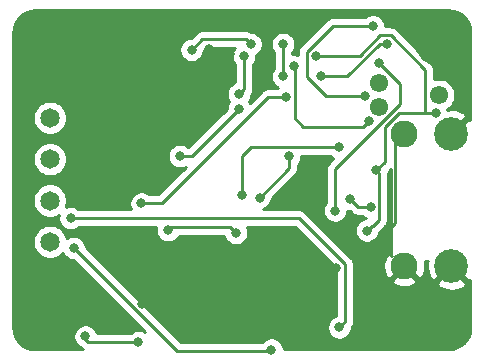
<source format=gbr>
%TF.GenerationSoftware,KiCad,Pcbnew,(5.1.12-1-g0a0a2da680)-1*%
%TF.CreationDate,2023-03-21T19:15:16+01:00*%
%TF.ProjectId,ThermoDeviceLogger,54686572-6d6f-4446-9576-6963654c6f67,rev?*%
%TF.SameCoordinates,Original*%
%TF.FileFunction,Copper,L2,Bot*%
%TF.FilePolarity,Positive*%
%FSLAX46Y46*%
G04 Gerber Fmt 4.6, Leading zero omitted, Abs format (unit mm)*
G04 Created by KiCad (PCBNEW (5.1.12-1-g0a0a2da680)-1) date 2023-03-21 19:15:16*
%MOMM*%
%LPD*%
G01*
G04 APERTURE LIST*
%TA.AperFunction,ComponentPad*%
%ADD10C,2.280000*%
%TD*%
%TA.AperFunction,ComponentPad*%
%ADD11C,2.850000*%
%TD*%
%TA.AperFunction,ComponentPad*%
%ADD12C,1.550000*%
%TD*%
%TA.AperFunction,ComponentPad*%
%ADD13C,1.650000*%
%TD*%
%TA.AperFunction,ViaPad*%
%ADD14C,5.000000*%
%TD*%
%TA.AperFunction,ViaPad*%
%ADD15C,0.800000*%
%TD*%
%TA.AperFunction,Conductor*%
%ADD16C,0.250000*%
%TD*%
%TA.AperFunction,Conductor*%
%ADD17C,0.254000*%
%TD*%
%TA.AperFunction,Conductor*%
%ADD18C,0.100000*%
%TD*%
G04 APERTURE END LIST*
D10*
%TO.P,USB-C,MH4*%
%TO.N,GND*%
X118750000Y-63580000D03*
D11*
%TO.P,USB-C,MH3*%
X122750000Y-63580000D03*
%TO.P,USB-C,MH2*%
X122750000Y-74820000D03*
D10*
%TO.P,USB-C,MH1*%
X118750000Y-74820000D03*
%TD*%
D12*
%TO.P,ICSP,9*%
%TO.N,N/C*%
X116590000Y-59319000D03*
%TO.P,ICSP,8*%
X116590000Y-61351000D03*
%TO.P,ICSP,7*%
X121670000Y-60335000D03*
%TD*%
D13*
%TO.P,J1,4*%
%TO.N,/ThermoCouple Modules/T-tcm2*%
X88750000Y-72750000D03*
%TO.P,J1,3*%
%TO.N,/ThermoCouple Modules/T+tcm2*%
X88750000Y-69250000D03*
%TO.P,J1,2*%
%TO.N,/ThermoCouple Modules/T-tcm1*%
X88750000Y-65750000D03*
%TO.P,J1,1*%
%TO.N,/ThermoCouple Modules/T+tcm1*%
X88750000Y-62250000D03*
%TD*%
D14*
%TO.N,GND*%
X122000000Y-79500000D03*
X88000000Y-79500000D03*
X88000000Y-55500000D03*
D15*
X96512653Y-77987347D03*
X101500000Y-76250000D03*
X105500000Y-76500000D03*
X113000000Y-75000000D03*
X94500000Y-79000000D03*
X103982499Y-56807805D03*
X102200000Y-56400000D03*
D14*
X122000000Y-55500000D03*
D15*
X116200000Y-72900000D03*
%TO.N,+5V*%
X111250000Y-57000000D03*
X105750000Y-56000000D03*
X100750000Y-56500000D03*
X121400000Y-61800000D03*
X116400000Y-66700000D03*
X115600000Y-71800000D03*
%TO.N,Net-(C4-Pad2)*%
X115451158Y-60392889D03*
X116100000Y-54500000D03*
%TO.N,/Cyrstal1*%
X104750000Y-60250000D03*
X105200000Y-57000000D03*
%TO.N,/CS_1*%
X108750000Y-60500000D03*
X96500000Y-69500000D03*
%TO.N,/CS_2*%
X109000000Y-65500000D03*
X106500000Y-69000000D03*
%TO.N,/SCK*%
X105000000Y-68750000D03*
X113250000Y-64750000D03*
%TO.N,/ThermoCouple Modules/T+tcm2*%
X90500000Y-70750000D03*
X113250000Y-80000000D03*
%TO.N,/ThermoCouple Modules/T-tcm2*%
X90750000Y-73250000D03*
X107500000Y-81875000D03*
%TO.N,/MISO*%
X104500000Y-72000000D03*
X98750000Y-71750000D03*
%TO.N,/PGC*%
X112900000Y-70100000D03*
X116600000Y-57600000D03*
%TO.N,/PGD*%
X115900000Y-69800000D03*
X114178317Y-69126990D03*
X109400000Y-57900000D03*
X115750010Y-62500000D03*
%TO.N,/MCLR*%
X117250000Y-56000000D03*
X108500000Y-56000000D03*
X111688769Y-58744401D03*
X108505599Y-58744401D03*
%TO.N,/ThermoCouple Modules/T-tcm1*%
X96250000Y-81250000D03*
X91750000Y-80750000D03*
%TO.N,Net-(R2-Pad1)*%
X104750000Y-61500000D03*
X99750000Y-65500000D03*
%TD*%
D16*
%TO.N,GND*%
X96512653Y-77987347D02*
X98250000Y-76250000D01*
X98250000Y-76250000D02*
X101500000Y-76250000D01*
X101500000Y-76250000D02*
X105250000Y-76250000D01*
X105250000Y-76250000D02*
X105500000Y-76500000D01*
X105500000Y-76500000D02*
X106500000Y-76500000D01*
X106500000Y-76500000D02*
X108000000Y-75000000D01*
X108000000Y-75000000D02*
X113000000Y-75000000D01*
X88000000Y-79500000D02*
X94000000Y-79500000D01*
X94000000Y-79500000D02*
X94500000Y-79000000D01*
X103982499Y-56807805D02*
X103874694Y-56700000D01*
X102607805Y-56807805D02*
X102200000Y-56400000D01*
X103982499Y-56807805D02*
X102607805Y-56807805D01*
X117949990Y-64380010D02*
X118750000Y-63580000D01*
X117949990Y-71150010D02*
X117949990Y-64380010D01*
X116200000Y-72900000D02*
X117949990Y-71150010D01*
%TO.N,+5V*%
X117598001Y-55274999D02*
X116725001Y-55274999D01*
X120520000Y-58196998D02*
X117598001Y-55274999D01*
X116725001Y-55274999D02*
X115000000Y-57000000D01*
X115000000Y-57000000D02*
X111250000Y-57000000D01*
X105350001Y-55600001D02*
X101649999Y-55600001D01*
X105750000Y-56000000D02*
X105350001Y-55600001D01*
X101649999Y-55600001D02*
X100750000Y-56500000D01*
X120520000Y-58196998D02*
X120520000Y-61820000D01*
X121380000Y-61820000D02*
X121400000Y-61800000D01*
X120520000Y-61820000D02*
X121380000Y-61820000D01*
X116625001Y-66925001D02*
X116625001Y-70874999D01*
X116400000Y-66700000D02*
X116625001Y-66925001D01*
X116625001Y-70874999D02*
X116100000Y-71400000D01*
X116000000Y-71400000D02*
X115600000Y-71800000D01*
X116100000Y-71400000D02*
X116000000Y-71400000D01*
X117100000Y-66000000D02*
X116400000Y-66700000D01*
X118341798Y-61820000D02*
X117100000Y-63061798D01*
X117100000Y-63061798D02*
X117100000Y-66000000D01*
X120520000Y-61820000D02*
X118341798Y-61820000D01*
%TO.N,Net-(C4-Pad2)*%
X115451158Y-60392889D02*
X112092889Y-60392889D01*
X112092889Y-60392889D02*
X110500000Y-58800000D01*
X110500000Y-56676998D02*
X112676998Y-54500000D01*
X110500000Y-58800000D02*
X110500000Y-56676998D01*
X112676998Y-54500000D02*
X116100000Y-54500000D01*
%TO.N,/Cyrstal1*%
X105200000Y-59800000D02*
X105200000Y-57000000D01*
X104750000Y-60250000D02*
X105200000Y-59800000D01*
%TO.N,/CS_1*%
X108750000Y-60500000D02*
X107250000Y-60500000D01*
X107250000Y-60500000D02*
X98250000Y-69500000D01*
X98250000Y-69500000D02*
X96500000Y-69500000D01*
%TO.N,/CS_2*%
X109000000Y-65500000D02*
X109000000Y-66500000D01*
X109000000Y-66500000D02*
X106500000Y-69000000D01*
%TO.N,/SCK*%
X105000000Y-68750000D02*
X105000000Y-65500000D01*
X105000000Y-65500000D02*
X105750000Y-64750000D01*
X105750000Y-64750000D02*
X113250000Y-64750000D01*
%TO.N,/ThermoCouple Modules/T+tcm2*%
X113725001Y-79524999D02*
X113250000Y-80000000D01*
X113725001Y-74651999D02*
X113725001Y-79524999D01*
X109823002Y-70750000D02*
X113725001Y-74651999D01*
X90500000Y-70750000D02*
X109823002Y-70750000D01*
%TO.N,/ThermoCouple Modules/T-tcm2*%
X90750000Y-73250000D02*
X99500000Y-82000000D01*
X107375000Y-82000000D02*
X107500000Y-81875000D01*
X99500000Y-82000000D02*
X107375000Y-82000000D01*
%TO.N,/MISO*%
X104500000Y-72000000D02*
X104000000Y-71500000D01*
X99000000Y-71500000D02*
X98750000Y-71750000D01*
X104000000Y-71500000D02*
X99000000Y-71500000D01*
%TO.N,/PGC*%
X112900000Y-70100000D02*
X112900000Y-66600000D01*
X112900000Y-66600000D02*
X118400000Y-61100000D01*
X118400000Y-59400000D02*
X116600000Y-57600000D01*
X118400000Y-61100000D02*
X118400000Y-59400000D01*
%TO.N,/PGD*%
X114851327Y-69800000D02*
X114178317Y-69126990D01*
X115900000Y-69800000D02*
X114851327Y-69800000D01*
X109475001Y-57975001D02*
X109475001Y-62275001D01*
X109400000Y-57900000D02*
X109475001Y-57975001D01*
X109475001Y-62275001D02*
X110200000Y-63000000D01*
X110200000Y-63000000D02*
X115250010Y-63000000D01*
X115250010Y-63000000D02*
X115750010Y-62500000D01*
%TO.N,/MCLR*%
X116684315Y-56000000D02*
X113934315Y-58750000D01*
X117250000Y-56000000D02*
X116684315Y-56000000D01*
X111694368Y-58750000D02*
X111688769Y-58744401D01*
X113934315Y-58750000D02*
X111694368Y-58750000D01*
X108500000Y-58738802D02*
X108505599Y-58744401D01*
X108500000Y-56000000D02*
X108500000Y-58738802D01*
%TO.N,/ThermoCouple Modules/T-tcm1*%
X96250000Y-81250000D02*
X92000000Y-81250000D01*
X92000000Y-81250000D02*
X91750000Y-81000000D01*
X91750000Y-81000000D02*
X91750000Y-80750000D01*
%TO.N,Net-(R2-Pad1)*%
X104750000Y-61500000D02*
X100750000Y-65500000D01*
X100750000Y-65500000D02*
X99750000Y-65500000D01*
%TD*%
D17*
%TO.N,GND*%
X122856775Y-53198147D02*
X123199967Y-53301763D01*
X123516489Y-53470062D01*
X123794299Y-53696637D01*
X124022806Y-53972856D01*
X124193310Y-54288197D01*
X124299319Y-54630656D01*
X124340001Y-55017722D01*
X124340000Y-62393803D01*
X124188250Y-62321355D01*
X122929605Y-63580000D01*
X122943748Y-63594143D01*
X122764143Y-63773748D01*
X122750000Y-63759605D01*
X122735858Y-63773748D01*
X122556253Y-63594143D01*
X122570395Y-63580000D01*
X122556253Y-63565858D01*
X122735858Y-63386253D01*
X122750000Y-63400395D01*
X124008645Y-62141750D01*
X123861658Y-61833868D01*
X123499644Y-61650545D01*
X123108822Y-61541371D01*
X122704211Y-61510540D01*
X122404897Y-61546721D01*
X122403673Y-61540567D01*
X122568822Y-61430218D01*
X122765218Y-61233822D01*
X122919525Y-61002885D01*
X123025814Y-60746282D01*
X123080000Y-60473873D01*
X123080000Y-60196127D01*
X123025814Y-59923718D01*
X122919525Y-59667115D01*
X122765218Y-59436178D01*
X122568822Y-59239782D01*
X122337885Y-59085475D01*
X122081282Y-58979186D01*
X121808873Y-58925000D01*
X121531127Y-58925000D01*
X121280000Y-58974953D01*
X121280000Y-58234331D01*
X121283677Y-58196998D01*
X121269003Y-58048012D01*
X121225546Y-57904751D01*
X121154974Y-57772722D01*
X121083799Y-57685995D01*
X121060001Y-57656997D01*
X121031004Y-57633200D01*
X118161805Y-54764002D01*
X118138002Y-54734998D01*
X118022277Y-54640025D01*
X117890248Y-54569453D01*
X117746987Y-54525996D01*
X117635334Y-54514999D01*
X117635323Y-54514999D01*
X117598001Y-54511323D01*
X117560679Y-54514999D01*
X117135000Y-54514999D01*
X117135000Y-54398061D01*
X117095226Y-54198102D01*
X117017205Y-54009744D01*
X116903937Y-53840226D01*
X116759774Y-53696063D01*
X116590256Y-53582795D01*
X116401898Y-53504774D01*
X116201939Y-53465000D01*
X115998061Y-53465000D01*
X115798102Y-53504774D01*
X115609744Y-53582795D01*
X115440226Y-53696063D01*
X115396289Y-53740000D01*
X112714320Y-53740000D01*
X112676997Y-53736324D01*
X112639674Y-53740000D01*
X112639665Y-53740000D01*
X112528012Y-53750997D01*
X112404831Y-53788363D01*
X112384751Y-53794454D01*
X112252721Y-53865026D01*
X112190695Y-53915930D01*
X112136997Y-53959999D01*
X112113199Y-53988997D01*
X109988998Y-56113199D01*
X109960000Y-56136997D01*
X109936202Y-56165995D01*
X109936201Y-56165996D01*
X109865026Y-56252722D01*
X109794454Y-56384752D01*
X109782465Y-56424276D01*
X109756540Y-56509744D01*
X109750998Y-56528013D01*
X109736324Y-56676998D01*
X109740001Y-56714330D01*
X109740001Y-56920557D01*
X109701898Y-56904774D01*
X109501939Y-56865000D01*
X109298061Y-56865000D01*
X109260000Y-56872571D01*
X109260000Y-56703711D01*
X109303937Y-56659774D01*
X109417205Y-56490256D01*
X109495226Y-56301898D01*
X109535000Y-56101939D01*
X109535000Y-55898061D01*
X109495226Y-55698102D01*
X109417205Y-55509744D01*
X109303937Y-55340226D01*
X109159774Y-55196063D01*
X108990256Y-55082795D01*
X108801898Y-55004774D01*
X108601939Y-54965000D01*
X108398061Y-54965000D01*
X108198102Y-55004774D01*
X108009744Y-55082795D01*
X107840226Y-55196063D01*
X107696063Y-55340226D01*
X107582795Y-55509744D01*
X107504774Y-55698102D01*
X107465000Y-55898061D01*
X107465000Y-56101939D01*
X107504774Y-56301898D01*
X107582795Y-56490256D01*
X107696063Y-56659774D01*
X107740000Y-56703711D01*
X107740001Y-58046288D01*
X107701662Y-58084627D01*
X107588394Y-58254145D01*
X107510373Y-58442503D01*
X107470599Y-58642462D01*
X107470599Y-58846340D01*
X107510373Y-59046299D01*
X107588394Y-59234657D01*
X107701662Y-59404175D01*
X107845825Y-59548338D01*
X108015343Y-59661606D01*
X108093403Y-59693940D01*
X108090226Y-59696063D01*
X108046289Y-59740000D01*
X107287322Y-59740000D01*
X107249999Y-59736324D01*
X107212676Y-59740000D01*
X107212667Y-59740000D01*
X107101014Y-59750997D01*
X106957753Y-59794454D01*
X106825723Y-59865026D01*
X106742083Y-59933668D01*
X106709999Y-59959999D01*
X106686201Y-59988997D01*
X105666504Y-61008694D01*
X105577172Y-60875000D01*
X105667205Y-60740256D01*
X105745226Y-60551898D01*
X105785000Y-60351939D01*
X105785000Y-60285170D01*
X105818867Y-60243903D01*
X105834974Y-60224277D01*
X105905546Y-60092247D01*
X105910558Y-60075724D01*
X105949003Y-59948986D01*
X105960000Y-59837333D01*
X105960000Y-59837324D01*
X105963676Y-59800001D01*
X105960000Y-59762678D01*
X105960000Y-57703711D01*
X106003937Y-57659774D01*
X106117205Y-57490256D01*
X106195226Y-57301898D01*
X106235000Y-57101939D01*
X106235000Y-56919382D01*
X106240256Y-56917205D01*
X106409774Y-56803937D01*
X106553937Y-56659774D01*
X106667205Y-56490256D01*
X106745226Y-56301898D01*
X106785000Y-56101939D01*
X106785000Y-55898061D01*
X106745226Y-55698102D01*
X106667205Y-55509744D01*
X106553937Y-55340226D01*
X106409774Y-55196063D01*
X106240256Y-55082795D01*
X106051898Y-55004774D01*
X105851939Y-54965000D01*
X105774226Y-54965000D01*
X105642248Y-54894455D01*
X105498987Y-54850998D01*
X105387334Y-54840001D01*
X105387323Y-54840001D01*
X105350001Y-54836325D01*
X105312679Y-54840001D01*
X101687324Y-54840001D01*
X101649999Y-54836325D01*
X101612674Y-54840001D01*
X101612666Y-54840001D01*
X101501013Y-54850998D01*
X101357752Y-54894455D01*
X101225723Y-54965027D01*
X101109998Y-55060000D01*
X101086200Y-55088998D01*
X100710198Y-55465000D01*
X100648061Y-55465000D01*
X100448102Y-55504774D01*
X100259744Y-55582795D01*
X100090226Y-55696063D01*
X99946063Y-55840226D01*
X99832795Y-56009744D01*
X99754774Y-56198102D01*
X99715000Y-56398061D01*
X99715000Y-56601939D01*
X99754774Y-56801898D01*
X99832795Y-56990256D01*
X99946063Y-57159774D01*
X100090226Y-57303937D01*
X100259744Y-57417205D01*
X100448102Y-57495226D01*
X100648061Y-57535000D01*
X100851939Y-57535000D01*
X101051898Y-57495226D01*
X101240256Y-57417205D01*
X101409774Y-57303937D01*
X101553937Y-57159774D01*
X101667205Y-56990256D01*
X101745226Y-56801898D01*
X101785000Y-56601939D01*
X101785000Y-56539802D01*
X101964801Y-56360001D01*
X104382850Y-56360001D01*
X104282795Y-56509744D01*
X104204774Y-56698102D01*
X104165000Y-56898061D01*
X104165000Y-57101939D01*
X104204774Y-57301898D01*
X104282795Y-57490256D01*
X104396063Y-57659774D01*
X104440001Y-57703712D01*
X104440000Y-59258130D01*
X104259744Y-59332795D01*
X104090226Y-59446063D01*
X103946063Y-59590226D01*
X103832795Y-59759744D01*
X103754774Y-59948102D01*
X103715000Y-60148061D01*
X103715000Y-60351939D01*
X103754774Y-60551898D01*
X103832795Y-60740256D01*
X103922828Y-60875000D01*
X103832795Y-61009744D01*
X103754774Y-61198102D01*
X103715000Y-61398061D01*
X103715000Y-61460198D01*
X100444455Y-64730744D01*
X100409774Y-64696063D01*
X100240256Y-64582795D01*
X100051898Y-64504774D01*
X99851939Y-64465000D01*
X99648061Y-64465000D01*
X99448102Y-64504774D01*
X99259744Y-64582795D01*
X99090226Y-64696063D01*
X98946063Y-64840226D01*
X98832795Y-65009744D01*
X98754774Y-65198102D01*
X98715000Y-65398061D01*
X98715000Y-65601939D01*
X98754774Y-65801898D01*
X98832795Y-65990256D01*
X98946063Y-66159774D01*
X99090226Y-66303937D01*
X99259744Y-66417205D01*
X99448102Y-66495226D01*
X99648061Y-66535000D01*
X99851939Y-66535000D01*
X100051898Y-66495226D01*
X100240256Y-66417205D01*
X100293711Y-66381487D01*
X97935199Y-68740000D01*
X97203711Y-68740000D01*
X97159774Y-68696063D01*
X96990256Y-68582795D01*
X96801898Y-68504774D01*
X96601939Y-68465000D01*
X96398061Y-68465000D01*
X96198102Y-68504774D01*
X96009744Y-68582795D01*
X95840226Y-68696063D01*
X95696063Y-68840226D01*
X95582795Y-69009744D01*
X95504774Y-69198102D01*
X95465000Y-69398061D01*
X95465000Y-69601939D01*
X95504774Y-69801898D01*
X95582689Y-69990000D01*
X91203711Y-69990000D01*
X91159774Y-69946063D01*
X90990256Y-69832795D01*
X90801898Y-69754774D01*
X90601939Y-69715000D01*
X90398061Y-69715000D01*
X90198102Y-69754774D01*
X90105283Y-69793221D01*
X90153893Y-69675866D01*
X90210000Y-69393797D01*
X90210000Y-69106203D01*
X90153893Y-68824134D01*
X90043835Y-68558431D01*
X89884056Y-68319304D01*
X89680696Y-68115944D01*
X89441569Y-67956165D01*
X89175866Y-67846107D01*
X88893797Y-67790000D01*
X88606203Y-67790000D01*
X88324134Y-67846107D01*
X88058431Y-67956165D01*
X87819304Y-68115944D01*
X87615944Y-68319304D01*
X87456165Y-68558431D01*
X87346107Y-68824134D01*
X87290000Y-69106203D01*
X87290000Y-69393797D01*
X87346107Y-69675866D01*
X87456165Y-69941569D01*
X87615944Y-70180696D01*
X87819304Y-70384056D01*
X88058431Y-70543835D01*
X88324134Y-70653893D01*
X88606203Y-70710000D01*
X88893797Y-70710000D01*
X89175866Y-70653893D01*
X89441569Y-70543835D01*
X89492501Y-70509804D01*
X89465000Y-70648061D01*
X89465000Y-70851939D01*
X89504774Y-71051898D01*
X89582795Y-71240256D01*
X89696063Y-71409774D01*
X89840226Y-71553937D01*
X90009744Y-71667205D01*
X90198102Y-71745226D01*
X90398061Y-71785000D01*
X90601939Y-71785000D01*
X90801898Y-71745226D01*
X90990256Y-71667205D01*
X91159774Y-71553937D01*
X91203711Y-71510000D01*
X97742462Y-71510000D01*
X97715000Y-71648061D01*
X97715000Y-71851939D01*
X97754774Y-72051898D01*
X97832795Y-72240256D01*
X97946063Y-72409774D01*
X98090226Y-72553937D01*
X98259744Y-72667205D01*
X98448102Y-72745226D01*
X98648061Y-72785000D01*
X98851939Y-72785000D01*
X99051898Y-72745226D01*
X99240256Y-72667205D01*
X99409774Y-72553937D01*
X99553937Y-72409774D01*
X99654013Y-72260000D01*
X103496440Y-72260000D01*
X103504774Y-72301898D01*
X103582795Y-72490256D01*
X103696063Y-72659774D01*
X103840226Y-72803937D01*
X104009744Y-72917205D01*
X104198102Y-72995226D01*
X104398061Y-73035000D01*
X104601939Y-73035000D01*
X104801898Y-72995226D01*
X104990256Y-72917205D01*
X105159774Y-72803937D01*
X105303937Y-72659774D01*
X105417205Y-72490256D01*
X105495226Y-72301898D01*
X105535000Y-72101939D01*
X105535000Y-71898061D01*
X105495226Y-71698102D01*
X105417311Y-71510000D01*
X109508201Y-71510000D01*
X112965001Y-74966801D01*
X112965002Y-79001412D01*
X112948102Y-79004774D01*
X112759744Y-79082795D01*
X112590226Y-79196063D01*
X112446063Y-79340226D01*
X112332795Y-79509744D01*
X112254774Y-79698102D01*
X112215000Y-79898061D01*
X112215000Y-80101939D01*
X112254774Y-80301898D01*
X112332795Y-80490256D01*
X112446063Y-80659774D01*
X112590226Y-80803937D01*
X112759744Y-80917205D01*
X112948102Y-80995226D01*
X113148061Y-81035000D01*
X113351939Y-81035000D01*
X113551898Y-80995226D01*
X113740256Y-80917205D01*
X113909774Y-80803937D01*
X114053937Y-80659774D01*
X114167205Y-80490256D01*
X114245226Y-80301898D01*
X114285000Y-80101939D01*
X114285000Y-80040632D01*
X114359975Y-79949275D01*
X114430547Y-79817246D01*
X114474004Y-79673985D01*
X114485001Y-79562332D01*
X114485001Y-79562322D01*
X114488677Y-79524999D01*
X114485001Y-79487676D01*
X114485001Y-76055222D01*
X117694384Y-76055222D01*
X117807039Y-76333940D01*
X118120513Y-76488812D01*
X118458178Y-76579554D01*
X118807057Y-76602676D01*
X119153743Y-76557291D01*
X119484914Y-76445144D01*
X119692961Y-76333940D01*
X119723554Y-76258250D01*
X121491355Y-76258250D01*
X121638342Y-76566132D01*
X122000356Y-76749455D01*
X122391178Y-76858629D01*
X122795789Y-76889460D01*
X123198641Y-76840763D01*
X123584252Y-76714408D01*
X123861658Y-76566132D01*
X124008645Y-76258250D01*
X122750000Y-74999605D01*
X121491355Y-76258250D01*
X119723554Y-76258250D01*
X119805616Y-76055222D01*
X118750000Y-74999605D01*
X117694384Y-76055222D01*
X114485001Y-76055222D01*
X114485001Y-74689322D01*
X114488677Y-74651999D01*
X114485001Y-74614676D01*
X114485001Y-74614666D01*
X114474004Y-74503013D01*
X114430547Y-74359752D01*
X114390591Y-74285000D01*
X114359975Y-74227722D01*
X114288800Y-74140996D01*
X114265002Y-74111998D01*
X114236005Y-74088201D01*
X110386806Y-70239003D01*
X110363003Y-70209999D01*
X110247278Y-70115026D01*
X110115249Y-70044454D01*
X109971988Y-70000997D01*
X109860335Y-69990000D01*
X109860324Y-69990000D01*
X109823002Y-69986324D01*
X109785680Y-69990000D01*
X106814515Y-69990000D01*
X106990256Y-69917205D01*
X107159774Y-69803937D01*
X107303937Y-69659774D01*
X107417205Y-69490256D01*
X107495226Y-69301898D01*
X107535000Y-69101939D01*
X107535000Y-69039801D01*
X109511003Y-67063799D01*
X109540001Y-67040001D01*
X109571271Y-67001898D01*
X109634974Y-66924277D01*
X109705546Y-66792247D01*
X109749003Y-66648986D01*
X109760000Y-66537333D01*
X109760000Y-66537323D01*
X109763676Y-66500000D01*
X109760000Y-66462677D01*
X109760000Y-66203711D01*
X109803937Y-66159774D01*
X109917205Y-65990256D01*
X109995226Y-65801898D01*
X110035000Y-65601939D01*
X110035000Y-65510000D01*
X112546289Y-65510000D01*
X112590226Y-65553937D01*
X112758695Y-65666504D01*
X112388998Y-66036201D01*
X112360000Y-66059999D01*
X112336202Y-66088997D01*
X112336201Y-66088998D01*
X112265026Y-66175724D01*
X112194454Y-66307754D01*
X112181332Y-66351014D01*
X112150998Y-66451014D01*
X112146173Y-66500000D01*
X112136324Y-66600000D01*
X112140001Y-66637332D01*
X112140000Y-69396289D01*
X112096063Y-69440226D01*
X111982795Y-69609744D01*
X111904774Y-69798102D01*
X111865000Y-69998061D01*
X111865000Y-70201939D01*
X111904774Y-70401898D01*
X111982795Y-70590256D01*
X112096063Y-70759774D01*
X112240226Y-70903937D01*
X112409744Y-71017205D01*
X112598102Y-71095226D01*
X112798061Y-71135000D01*
X113001939Y-71135000D01*
X113201898Y-71095226D01*
X113390256Y-71017205D01*
X113559774Y-70903937D01*
X113703937Y-70759774D01*
X113817205Y-70590256D01*
X113895226Y-70401898D01*
X113935000Y-70201939D01*
X113935000Y-70133868D01*
X114076378Y-70161990D01*
X114138515Y-70161990D01*
X114287527Y-70311002D01*
X114311326Y-70340001D01*
X114427051Y-70434974D01*
X114559080Y-70505546D01*
X114702341Y-70549003D01*
X114813994Y-70560000D01*
X114814004Y-70560000D01*
X114851327Y-70563676D01*
X114888650Y-70560000D01*
X115196289Y-70560000D01*
X115240226Y-70603937D01*
X115409744Y-70717205D01*
X115525131Y-70765000D01*
X115498061Y-70765000D01*
X115298102Y-70804774D01*
X115109744Y-70882795D01*
X114940226Y-70996063D01*
X114796063Y-71140226D01*
X114682795Y-71309744D01*
X114604774Y-71498102D01*
X114565000Y-71698061D01*
X114565000Y-71901939D01*
X114604774Y-72101898D01*
X114682795Y-72290256D01*
X114796063Y-72459774D01*
X114940226Y-72603937D01*
X115109744Y-72717205D01*
X115298102Y-72795226D01*
X115498061Y-72835000D01*
X115701939Y-72835000D01*
X115901898Y-72795226D01*
X116090256Y-72717205D01*
X116259774Y-72603937D01*
X116403937Y-72459774D01*
X116517205Y-72290256D01*
X116595226Y-72101898D01*
X116624976Y-71952331D01*
X116640001Y-71940001D01*
X116663803Y-71910998D01*
X117136003Y-71438799D01*
X117165002Y-71415000D01*
X117259975Y-71299275D01*
X117330547Y-71167246D01*
X117374004Y-71023985D01*
X117385001Y-70912332D01*
X117388678Y-70874999D01*
X117385001Y-70837666D01*
X117385001Y-67026583D01*
X117395226Y-67001898D01*
X117435000Y-66801939D01*
X117435000Y-66739802D01*
X117611008Y-66563795D01*
X117640001Y-66540001D01*
X117640000Y-73667581D01*
X117636807Y-73700000D01*
X117649550Y-73829383D01*
X117679932Y-73929538D01*
X117514778Y-73764384D01*
X117236060Y-73877039D01*
X117081188Y-74190513D01*
X116990446Y-74528178D01*
X116967324Y-74877057D01*
X117012709Y-75223743D01*
X117124856Y-75554914D01*
X117236060Y-75762961D01*
X117514778Y-75875616D01*
X118570395Y-74820000D01*
X118070462Y-74320068D01*
X118170617Y-74350450D01*
X118300000Y-74363193D01*
X118332419Y-74360000D01*
X118469605Y-74360000D01*
X118750000Y-74640395D01*
X118764143Y-74626253D01*
X118943748Y-74805858D01*
X118929605Y-74820000D01*
X119985222Y-75875616D01*
X120263940Y-75762961D01*
X120418812Y-75449487D01*
X120509554Y-75111822D01*
X120532676Y-74762943D01*
X120487291Y-74416257D01*
X120468240Y-74360000D01*
X120739635Y-74360000D01*
X120711371Y-74461178D01*
X120680540Y-74865789D01*
X120729237Y-75268641D01*
X120855592Y-75654252D01*
X121003868Y-75931658D01*
X121311750Y-76078645D01*
X122570395Y-74820000D01*
X122556253Y-74805858D01*
X122735858Y-74626253D01*
X122750000Y-74640395D01*
X122764143Y-74626253D01*
X122943748Y-74805858D01*
X122929605Y-74820000D01*
X124188250Y-76078645D01*
X124340000Y-76006197D01*
X124340001Y-79967711D01*
X124301853Y-80356776D01*
X124198238Y-80699964D01*
X124029939Y-81016489D01*
X123803365Y-81294296D01*
X123527146Y-81522805D01*
X123211803Y-81693310D01*
X122869344Y-81799319D01*
X122482288Y-81840000D01*
X108535000Y-81840000D01*
X108535000Y-81773061D01*
X108495226Y-81573102D01*
X108417205Y-81384744D01*
X108303937Y-81215226D01*
X108159774Y-81071063D01*
X107990256Y-80957795D01*
X107801898Y-80879774D01*
X107601939Y-80840000D01*
X107398061Y-80840000D01*
X107198102Y-80879774D01*
X107009744Y-80957795D01*
X106840226Y-81071063D01*
X106696063Y-81215226D01*
X106679510Y-81240000D01*
X99814802Y-81240000D01*
X91785000Y-73210199D01*
X91785000Y-73148061D01*
X91745226Y-72948102D01*
X91667205Y-72759744D01*
X91553937Y-72590226D01*
X91409774Y-72446063D01*
X91240256Y-72332795D01*
X91051898Y-72254774D01*
X90851939Y-72215000D01*
X90648061Y-72215000D01*
X90448102Y-72254774D01*
X90259744Y-72332795D01*
X90167832Y-72394209D01*
X90153893Y-72324134D01*
X90043835Y-72058431D01*
X89884056Y-71819304D01*
X89680696Y-71615944D01*
X89441569Y-71456165D01*
X89175866Y-71346107D01*
X88893797Y-71290000D01*
X88606203Y-71290000D01*
X88324134Y-71346107D01*
X88058431Y-71456165D01*
X87819304Y-71615944D01*
X87615944Y-71819304D01*
X87456165Y-72058431D01*
X87346107Y-72324134D01*
X87290000Y-72606203D01*
X87290000Y-72893797D01*
X87346107Y-73175866D01*
X87456165Y-73441569D01*
X87615944Y-73680696D01*
X87819304Y-73884056D01*
X88058431Y-74043835D01*
X88324134Y-74153893D01*
X88606203Y-74210000D01*
X88893797Y-74210000D01*
X89175866Y-74153893D01*
X89441569Y-74043835D01*
X89680696Y-73884056D01*
X89830364Y-73734388D01*
X89832795Y-73740256D01*
X89946063Y-73909774D01*
X90090226Y-74053937D01*
X90259744Y-74167205D01*
X90448102Y-74245226D01*
X90648061Y-74285000D01*
X90710199Y-74285000D01*
X96793710Y-80368512D01*
X96740256Y-80332795D01*
X96551898Y-80254774D01*
X96351939Y-80215000D01*
X96148061Y-80215000D01*
X95948102Y-80254774D01*
X95759744Y-80332795D01*
X95590226Y-80446063D01*
X95546289Y-80490000D01*
X92753560Y-80490000D01*
X92745226Y-80448102D01*
X92667205Y-80259744D01*
X92553937Y-80090226D01*
X92409774Y-79946063D01*
X92240256Y-79832795D01*
X92051898Y-79754774D01*
X91851939Y-79715000D01*
X91648061Y-79715000D01*
X91448102Y-79754774D01*
X91259744Y-79832795D01*
X91090226Y-79946063D01*
X90946063Y-80090226D01*
X90832795Y-80259744D01*
X90754774Y-80448102D01*
X90715000Y-80648061D01*
X90715000Y-80851939D01*
X90754774Y-81051898D01*
X90832795Y-81240256D01*
X90946063Y-81409774D01*
X91090226Y-81553937D01*
X91259744Y-81667205D01*
X91400853Y-81725655D01*
X91436200Y-81761002D01*
X91459999Y-81790001D01*
X91520923Y-81840000D01*
X87532279Y-81840000D01*
X87143224Y-81801853D01*
X86800036Y-81698238D01*
X86483511Y-81529939D01*
X86205704Y-81303365D01*
X85977195Y-81027146D01*
X85806690Y-80711803D01*
X85700681Y-80369344D01*
X85660000Y-79982288D01*
X85660000Y-65606203D01*
X87290000Y-65606203D01*
X87290000Y-65893797D01*
X87346107Y-66175866D01*
X87456165Y-66441569D01*
X87615944Y-66680696D01*
X87819304Y-66884056D01*
X88058431Y-67043835D01*
X88324134Y-67153893D01*
X88606203Y-67210000D01*
X88893797Y-67210000D01*
X89175866Y-67153893D01*
X89441569Y-67043835D01*
X89680696Y-66884056D01*
X89884056Y-66680696D01*
X90043835Y-66441569D01*
X90153893Y-66175866D01*
X90210000Y-65893797D01*
X90210000Y-65606203D01*
X90153893Y-65324134D01*
X90043835Y-65058431D01*
X89884056Y-64819304D01*
X89680696Y-64615944D01*
X89441569Y-64456165D01*
X89175866Y-64346107D01*
X88893797Y-64290000D01*
X88606203Y-64290000D01*
X88324134Y-64346107D01*
X88058431Y-64456165D01*
X87819304Y-64615944D01*
X87615944Y-64819304D01*
X87456165Y-65058431D01*
X87346107Y-65324134D01*
X87290000Y-65606203D01*
X85660000Y-65606203D01*
X85660000Y-62106203D01*
X87290000Y-62106203D01*
X87290000Y-62393797D01*
X87346107Y-62675866D01*
X87456165Y-62941569D01*
X87615944Y-63180696D01*
X87819304Y-63384056D01*
X88058431Y-63543835D01*
X88324134Y-63653893D01*
X88606203Y-63710000D01*
X88893797Y-63710000D01*
X89175866Y-63653893D01*
X89441569Y-63543835D01*
X89680696Y-63384056D01*
X89884056Y-63180696D01*
X90043835Y-62941569D01*
X90153893Y-62675866D01*
X90210000Y-62393797D01*
X90210000Y-62106203D01*
X90153893Y-61824134D01*
X90043835Y-61558431D01*
X89884056Y-61319304D01*
X89680696Y-61115944D01*
X89441569Y-60956165D01*
X89175866Y-60846107D01*
X88893797Y-60790000D01*
X88606203Y-60790000D01*
X88324134Y-60846107D01*
X88058431Y-60956165D01*
X87819304Y-61115944D01*
X87615944Y-61319304D01*
X87456165Y-61558431D01*
X87346107Y-61824134D01*
X87290000Y-62106203D01*
X85660000Y-62106203D01*
X85660000Y-55032279D01*
X85698147Y-54643225D01*
X85801763Y-54300033D01*
X85970062Y-53983511D01*
X86196637Y-53705701D01*
X86472856Y-53477194D01*
X86788197Y-53306690D01*
X87130656Y-53200681D01*
X87517712Y-53160000D01*
X122467721Y-53160000D01*
X122856775Y-53198147D01*
%TA.AperFunction,Conductor*%
D18*
G36*
X122856775Y-53198147D02*
G01*
X123199967Y-53301763D01*
X123516489Y-53470062D01*
X123794299Y-53696637D01*
X124022806Y-53972856D01*
X124193310Y-54288197D01*
X124299319Y-54630656D01*
X124340001Y-55017722D01*
X124340000Y-62393803D01*
X124188250Y-62321355D01*
X122929605Y-63580000D01*
X122943748Y-63594143D01*
X122764143Y-63773748D01*
X122750000Y-63759605D01*
X122735858Y-63773748D01*
X122556253Y-63594143D01*
X122570395Y-63580000D01*
X122556253Y-63565858D01*
X122735858Y-63386253D01*
X122750000Y-63400395D01*
X124008645Y-62141750D01*
X123861658Y-61833868D01*
X123499644Y-61650545D01*
X123108822Y-61541371D01*
X122704211Y-61510540D01*
X122404897Y-61546721D01*
X122403673Y-61540567D01*
X122568822Y-61430218D01*
X122765218Y-61233822D01*
X122919525Y-61002885D01*
X123025814Y-60746282D01*
X123080000Y-60473873D01*
X123080000Y-60196127D01*
X123025814Y-59923718D01*
X122919525Y-59667115D01*
X122765218Y-59436178D01*
X122568822Y-59239782D01*
X122337885Y-59085475D01*
X122081282Y-58979186D01*
X121808873Y-58925000D01*
X121531127Y-58925000D01*
X121280000Y-58974953D01*
X121280000Y-58234331D01*
X121283677Y-58196998D01*
X121269003Y-58048012D01*
X121225546Y-57904751D01*
X121154974Y-57772722D01*
X121083799Y-57685995D01*
X121060001Y-57656997D01*
X121031004Y-57633200D01*
X118161805Y-54764002D01*
X118138002Y-54734998D01*
X118022277Y-54640025D01*
X117890248Y-54569453D01*
X117746987Y-54525996D01*
X117635334Y-54514999D01*
X117635323Y-54514999D01*
X117598001Y-54511323D01*
X117560679Y-54514999D01*
X117135000Y-54514999D01*
X117135000Y-54398061D01*
X117095226Y-54198102D01*
X117017205Y-54009744D01*
X116903937Y-53840226D01*
X116759774Y-53696063D01*
X116590256Y-53582795D01*
X116401898Y-53504774D01*
X116201939Y-53465000D01*
X115998061Y-53465000D01*
X115798102Y-53504774D01*
X115609744Y-53582795D01*
X115440226Y-53696063D01*
X115396289Y-53740000D01*
X112714320Y-53740000D01*
X112676997Y-53736324D01*
X112639674Y-53740000D01*
X112639665Y-53740000D01*
X112528012Y-53750997D01*
X112404831Y-53788363D01*
X112384751Y-53794454D01*
X112252721Y-53865026D01*
X112190695Y-53915930D01*
X112136997Y-53959999D01*
X112113199Y-53988997D01*
X109988998Y-56113199D01*
X109960000Y-56136997D01*
X109936202Y-56165995D01*
X109936201Y-56165996D01*
X109865026Y-56252722D01*
X109794454Y-56384752D01*
X109782465Y-56424276D01*
X109756540Y-56509744D01*
X109750998Y-56528013D01*
X109736324Y-56676998D01*
X109740001Y-56714330D01*
X109740001Y-56920557D01*
X109701898Y-56904774D01*
X109501939Y-56865000D01*
X109298061Y-56865000D01*
X109260000Y-56872571D01*
X109260000Y-56703711D01*
X109303937Y-56659774D01*
X109417205Y-56490256D01*
X109495226Y-56301898D01*
X109535000Y-56101939D01*
X109535000Y-55898061D01*
X109495226Y-55698102D01*
X109417205Y-55509744D01*
X109303937Y-55340226D01*
X109159774Y-55196063D01*
X108990256Y-55082795D01*
X108801898Y-55004774D01*
X108601939Y-54965000D01*
X108398061Y-54965000D01*
X108198102Y-55004774D01*
X108009744Y-55082795D01*
X107840226Y-55196063D01*
X107696063Y-55340226D01*
X107582795Y-55509744D01*
X107504774Y-55698102D01*
X107465000Y-55898061D01*
X107465000Y-56101939D01*
X107504774Y-56301898D01*
X107582795Y-56490256D01*
X107696063Y-56659774D01*
X107740000Y-56703711D01*
X107740001Y-58046288D01*
X107701662Y-58084627D01*
X107588394Y-58254145D01*
X107510373Y-58442503D01*
X107470599Y-58642462D01*
X107470599Y-58846340D01*
X107510373Y-59046299D01*
X107588394Y-59234657D01*
X107701662Y-59404175D01*
X107845825Y-59548338D01*
X108015343Y-59661606D01*
X108093403Y-59693940D01*
X108090226Y-59696063D01*
X108046289Y-59740000D01*
X107287322Y-59740000D01*
X107249999Y-59736324D01*
X107212676Y-59740000D01*
X107212667Y-59740000D01*
X107101014Y-59750997D01*
X106957753Y-59794454D01*
X106825723Y-59865026D01*
X106742083Y-59933668D01*
X106709999Y-59959999D01*
X106686201Y-59988997D01*
X105666504Y-61008694D01*
X105577172Y-60875000D01*
X105667205Y-60740256D01*
X105745226Y-60551898D01*
X105785000Y-60351939D01*
X105785000Y-60285170D01*
X105818867Y-60243903D01*
X105834974Y-60224277D01*
X105905546Y-60092247D01*
X105910558Y-60075724D01*
X105949003Y-59948986D01*
X105960000Y-59837333D01*
X105960000Y-59837324D01*
X105963676Y-59800001D01*
X105960000Y-59762678D01*
X105960000Y-57703711D01*
X106003937Y-57659774D01*
X106117205Y-57490256D01*
X106195226Y-57301898D01*
X106235000Y-57101939D01*
X106235000Y-56919382D01*
X106240256Y-56917205D01*
X106409774Y-56803937D01*
X106553937Y-56659774D01*
X106667205Y-56490256D01*
X106745226Y-56301898D01*
X106785000Y-56101939D01*
X106785000Y-55898061D01*
X106745226Y-55698102D01*
X106667205Y-55509744D01*
X106553937Y-55340226D01*
X106409774Y-55196063D01*
X106240256Y-55082795D01*
X106051898Y-55004774D01*
X105851939Y-54965000D01*
X105774226Y-54965000D01*
X105642248Y-54894455D01*
X105498987Y-54850998D01*
X105387334Y-54840001D01*
X105387323Y-54840001D01*
X105350001Y-54836325D01*
X105312679Y-54840001D01*
X101687324Y-54840001D01*
X101649999Y-54836325D01*
X101612674Y-54840001D01*
X101612666Y-54840001D01*
X101501013Y-54850998D01*
X101357752Y-54894455D01*
X101225723Y-54965027D01*
X101109998Y-55060000D01*
X101086200Y-55088998D01*
X100710198Y-55465000D01*
X100648061Y-55465000D01*
X100448102Y-55504774D01*
X100259744Y-55582795D01*
X100090226Y-55696063D01*
X99946063Y-55840226D01*
X99832795Y-56009744D01*
X99754774Y-56198102D01*
X99715000Y-56398061D01*
X99715000Y-56601939D01*
X99754774Y-56801898D01*
X99832795Y-56990256D01*
X99946063Y-57159774D01*
X100090226Y-57303937D01*
X100259744Y-57417205D01*
X100448102Y-57495226D01*
X100648061Y-57535000D01*
X100851939Y-57535000D01*
X101051898Y-57495226D01*
X101240256Y-57417205D01*
X101409774Y-57303937D01*
X101553937Y-57159774D01*
X101667205Y-56990256D01*
X101745226Y-56801898D01*
X101785000Y-56601939D01*
X101785000Y-56539802D01*
X101964801Y-56360001D01*
X104382850Y-56360001D01*
X104282795Y-56509744D01*
X104204774Y-56698102D01*
X104165000Y-56898061D01*
X104165000Y-57101939D01*
X104204774Y-57301898D01*
X104282795Y-57490256D01*
X104396063Y-57659774D01*
X104440001Y-57703712D01*
X104440000Y-59258130D01*
X104259744Y-59332795D01*
X104090226Y-59446063D01*
X103946063Y-59590226D01*
X103832795Y-59759744D01*
X103754774Y-59948102D01*
X103715000Y-60148061D01*
X103715000Y-60351939D01*
X103754774Y-60551898D01*
X103832795Y-60740256D01*
X103922828Y-60875000D01*
X103832795Y-61009744D01*
X103754774Y-61198102D01*
X103715000Y-61398061D01*
X103715000Y-61460198D01*
X100444455Y-64730744D01*
X100409774Y-64696063D01*
X100240256Y-64582795D01*
X100051898Y-64504774D01*
X99851939Y-64465000D01*
X99648061Y-64465000D01*
X99448102Y-64504774D01*
X99259744Y-64582795D01*
X99090226Y-64696063D01*
X98946063Y-64840226D01*
X98832795Y-65009744D01*
X98754774Y-65198102D01*
X98715000Y-65398061D01*
X98715000Y-65601939D01*
X98754774Y-65801898D01*
X98832795Y-65990256D01*
X98946063Y-66159774D01*
X99090226Y-66303937D01*
X99259744Y-66417205D01*
X99448102Y-66495226D01*
X99648061Y-66535000D01*
X99851939Y-66535000D01*
X100051898Y-66495226D01*
X100240256Y-66417205D01*
X100293711Y-66381487D01*
X97935199Y-68740000D01*
X97203711Y-68740000D01*
X97159774Y-68696063D01*
X96990256Y-68582795D01*
X96801898Y-68504774D01*
X96601939Y-68465000D01*
X96398061Y-68465000D01*
X96198102Y-68504774D01*
X96009744Y-68582795D01*
X95840226Y-68696063D01*
X95696063Y-68840226D01*
X95582795Y-69009744D01*
X95504774Y-69198102D01*
X95465000Y-69398061D01*
X95465000Y-69601939D01*
X95504774Y-69801898D01*
X95582689Y-69990000D01*
X91203711Y-69990000D01*
X91159774Y-69946063D01*
X90990256Y-69832795D01*
X90801898Y-69754774D01*
X90601939Y-69715000D01*
X90398061Y-69715000D01*
X90198102Y-69754774D01*
X90105283Y-69793221D01*
X90153893Y-69675866D01*
X90210000Y-69393797D01*
X90210000Y-69106203D01*
X90153893Y-68824134D01*
X90043835Y-68558431D01*
X89884056Y-68319304D01*
X89680696Y-68115944D01*
X89441569Y-67956165D01*
X89175866Y-67846107D01*
X88893797Y-67790000D01*
X88606203Y-67790000D01*
X88324134Y-67846107D01*
X88058431Y-67956165D01*
X87819304Y-68115944D01*
X87615944Y-68319304D01*
X87456165Y-68558431D01*
X87346107Y-68824134D01*
X87290000Y-69106203D01*
X87290000Y-69393797D01*
X87346107Y-69675866D01*
X87456165Y-69941569D01*
X87615944Y-70180696D01*
X87819304Y-70384056D01*
X88058431Y-70543835D01*
X88324134Y-70653893D01*
X88606203Y-70710000D01*
X88893797Y-70710000D01*
X89175866Y-70653893D01*
X89441569Y-70543835D01*
X89492501Y-70509804D01*
X89465000Y-70648061D01*
X89465000Y-70851939D01*
X89504774Y-71051898D01*
X89582795Y-71240256D01*
X89696063Y-71409774D01*
X89840226Y-71553937D01*
X90009744Y-71667205D01*
X90198102Y-71745226D01*
X90398061Y-71785000D01*
X90601939Y-71785000D01*
X90801898Y-71745226D01*
X90990256Y-71667205D01*
X91159774Y-71553937D01*
X91203711Y-71510000D01*
X97742462Y-71510000D01*
X97715000Y-71648061D01*
X97715000Y-71851939D01*
X97754774Y-72051898D01*
X97832795Y-72240256D01*
X97946063Y-72409774D01*
X98090226Y-72553937D01*
X98259744Y-72667205D01*
X98448102Y-72745226D01*
X98648061Y-72785000D01*
X98851939Y-72785000D01*
X99051898Y-72745226D01*
X99240256Y-72667205D01*
X99409774Y-72553937D01*
X99553937Y-72409774D01*
X99654013Y-72260000D01*
X103496440Y-72260000D01*
X103504774Y-72301898D01*
X103582795Y-72490256D01*
X103696063Y-72659774D01*
X103840226Y-72803937D01*
X104009744Y-72917205D01*
X104198102Y-72995226D01*
X104398061Y-73035000D01*
X104601939Y-73035000D01*
X104801898Y-72995226D01*
X104990256Y-72917205D01*
X105159774Y-72803937D01*
X105303937Y-72659774D01*
X105417205Y-72490256D01*
X105495226Y-72301898D01*
X105535000Y-72101939D01*
X105535000Y-71898061D01*
X105495226Y-71698102D01*
X105417311Y-71510000D01*
X109508201Y-71510000D01*
X112965001Y-74966801D01*
X112965002Y-79001412D01*
X112948102Y-79004774D01*
X112759744Y-79082795D01*
X112590226Y-79196063D01*
X112446063Y-79340226D01*
X112332795Y-79509744D01*
X112254774Y-79698102D01*
X112215000Y-79898061D01*
X112215000Y-80101939D01*
X112254774Y-80301898D01*
X112332795Y-80490256D01*
X112446063Y-80659774D01*
X112590226Y-80803937D01*
X112759744Y-80917205D01*
X112948102Y-80995226D01*
X113148061Y-81035000D01*
X113351939Y-81035000D01*
X113551898Y-80995226D01*
X113740256Y-80917205D01*
X113909774Y-80803937D01*
X114053937Y-80659774D01*
X114167205Y-80490256D01*
X114245226Y-80301898D01*
X114285000Y-80101939D01*
X114285000Y-80040632D01*
X114359975Y-79949275D01*
X114430547Y-79817246D01*
X114474004Y-79673985D01*
X114485001Y-79562332D01*
X114485001Y-79562322D01*
X114488677Y-79524999D01*
X114485001Y-79487676D01*
X114485001Y-76055222D01*
X117694384Y-76055222D01*
X117807039Y-76333940D01*
X118120513Y-76488812D01*
X118458178Y-76579554D01*
X118807057Y-76602676D01*
X119153743Y-76557291D01*
X119484914Y-76445144D01*
X119692961Y-76333940D01*
X119723554Y-76258250D01*
X121491355Y-76258250D01*
X121638342Y-76566132D01*
X122000356Y-76749455D01*
X122391178Y-76858629D01*
X122795789Y-76889460D01*
X123198641Y-76840763D01*
X123584252Y-76714408D01*
X123861658Y-76566132D01*
X124008645Y-76258250D01*
X122750000Y-74999605D01*
X121491355Y-76258250D01*
X119723554Y-76258250D01*
X119805616Y-76055222D01*
X118750000Y-74999605D01*
X117694384Y-76055222D01*
X114485001Y-76055222D01*
X114485001Y-74689322D01*
X114488677Y-74651999D01*
X114485001Y-74614676D01*
X114485001Y-74614666D01*
X114474004Y-74503013D01*
X114430547Y-74359752D01*
X114390591Y-74285000D01*
X114359975Y-74227722D01*
X114288800Y-74140996D01*
X114265002Y-74111998D01*
X114236005Y-74088201D01*
X110386806Y-70239003D01*
X110363003Y-70209999D01*
X110247278Y-70115026D01*
X110115249Y-70044454D01*
X109971988Y-70000997D01*
X109860335Y-69990000D01*
X109860324Y-69990000D01*
X109823002Y-69986324D01*
X109785680Y-69990000D01*
X106814515Y-69990000D01*
X106990256Y-69917205D01*
X107159774Y-69803937D01*
X107303937Y-69659774D01*
X107417205Y-69490256D01*
X107495226Y-69301898D01*
X107535000Y-69101939D01*
X107535000Y-69039801D01*
X109511003Y-67063799D01*
X109540001Y-67040001D01*
X109571271Y-67001898D01*
X109634974Y-66924277D01*
X109705546Y-66792247D01*
X109749003Y-66648986D01*
X109760000Y-66537333D01*
X109760000Y-66537323D01*
X109763676Y-66500000D01*
X109760000Y-66462677D01*
X109760000Y-66203711D01*
X109803937Y-66159774D01*
X109917205Y-65990256D01*
X109995226Y-65801898D01*
X110035000Y-65601939D01*
X110035000Y-65510000D01*
X112546289Y-65510000D01*
X112590226Y-65553937D01*
X112758695Y-65666504D01*
X112388998Y-66036201D01*
X112360000Y-66059999D01*
X112336202Y-66088997D01*
X112336201Y-66088998D01*
X112265026Y-66175724D01*
X112194454Y-66307754D01*
X112181332Y-66351014D01*
X112150998Y-66451014D01*
X112146173Y-66500000D01*
X112136324Y-66600000D01*
X112140001Y-66637332D01*
X112140000Y-69396289D01*
X112096063Y-69440226D01*
X111982795Y-69609744D01*
X111904774Y-69798102D01*
X111865000Y-69998061D01*
X111865000Y-70201939D01*
X111904774Y-70401898D01*
X111982795Y-70590256D01*
X112096063Y-70759774D01*
X112240226Y-70903937D01*
X112409744Y-71017205D01*
X112598102Y-71095226D01*
X112798061Y-71135000D01*
X113001939Y-71135000D01*
X113201898Y-71095226D01*
X113390256Y-71017205D01*
X113559774Y-70903937D01*
X113703937Y-70759774D01*
X113817205Y-70590256D01*
X113895226Y-70401898D01*
X113935000Y-70201939D01*
X113935000Y-70133868D01*
X114076378Y-70161990D01*
X114138515Y-70161990D01*
X114287527Y-70311002D01*
X114311326Y-70340001D01*
X114427051Y-70434974D01*
X114559080Y-70505546D01*
X114702341Y-70549003D01*
X114813994Y-70560000D01*
X114814004Y-70560000D01*
X114851327Y-70563676D01*
X114888650Y-70560000D01*
X115196289Y-70560000D01*
X115240226Y-70603937D01*
X115409744Y-70717205D01*
X115525131Y-70765000D01*
X115498061Y-70765000D01*
X115298102Y-70804774D01*
X115109744Y-70882795D01*
X114940226Y-70996063D01*
X114796063Y-71140226D01*
X114682795Y-71309744D01*
X114604774Y-71498102D01*
X114565000Y-71698061D01*
X114565000Y-71901939D01*
X114604774Y-72101898D01*
X114682795Y-72290256D01*
X114796063Y-72459774D01*
X114940226Y-72603937D01*
X115109744Y-72717205D01*
X115298102Y-72795226D01*
X115498061Y-72835000D01*
X115701939Y-72835000D01*
X115901898Y-72795226D01*
X116090256Y-72717205D01*
X116259774Y-72603937D01*
X116403937Y-72459774D01*
X116517205Y-72290256D01*
X116595226Y-72101898D01*
X116624976Y-71952331D01*
X116640001Y-71940001D01*
X116663803Y-71910998D01*
X117136003Y-71438799D01*
X117165002Y-71415000D01*
X117259975Y-71299275D01*
X117330547Y-71167246D01*
X117374004Y-71023985D01*
X117385001Y-70912332D01*
X117388678Y-70874999D01*
X117385001Y-70837666D01*
X117385001Y-67026583D01*
X117395226Y-67001898D01*
X117435000Y-66801939D01*
X117435000Y-66739802D01*
X117611008Y-66563795D01*
X117640001Y-66540001D01*
X117640000Y-73667581D01*
X117636807Y-73700000D01*
X117649550Y-73829383D01*
X117679932Y-73929538D01*
X117514778Y-73764384D01*
X117236060Y-73877039D01*
X117081188Y-74190513D01*
X116990446Y-74528178D01*
X116967324Y-74877057D01*
X117012709Y-75223743D01*
X117124856Y-75554914D01*
X117236060Y-75762961D01*
X117514778Y-75875616D01*
X118570395Y-74820000D01*
X118070462Y-74320068D01*
X118170617Y-74350450D01*
X118300000Y-74363193D01*
X118332419Y-74360000D01*
X118469605Y-74360000D01*
X118750000Y-74640395D01*
X118764143Y-74626253D01*
X118943748Y-74805858D01*
X118929605Y-74820000D01*
X119985222Y-75875616D01*
X120263940Y-75762961D01*
X120418812Y-75449487D01*
X120509554Y-75111822D01*
X120532676Y-74762943D01*
X120487291Y-74416257D01*
X120468240Y-74360000D01*
X120739635Y-74360000D01*
X120711371Y-74461178D01*
X120680540Y-74865789D01*
X120729237Y-75268641D01*
X120855592Y-75654252D01*
X121003868Y-75931658D01*
X121311750Y-76078645D01*
X122570395Y-74820000D01*
X122556253Y-74805858D01*
X122735858Y-74626253D01*
X122750000Y-74640395D01*
X122764143Y-74626253D01*
X122943748Y-74805858D01*
X122929605Y-74820000D01*
X124188250Y-76078645D01*
X124340000Y-76006197D01*
X124340001Y-79967711D01*
X124301853Y-80356776D01*
X124198238Y-80699964D01*
X124029939Y-81016489D01*
X123803365Y-81294296D01*
X123527146Y-81522805D01*
X123211803Y-81693310D01*
X122869344Y-81799319D01*
X122482288Y-81840000D01*
X108535000Y-81840000D01*
X108535000Y-81773061D01*
X108495226Y-81573102D01*
X108417205Y-81384744D01*
X108303937Y-81215226D01*
X108159774Y-81071063D01*
X107990256Y-80957795D01*
X107801898Y-80879774D01*
X107601939Y-80840000D01*
X107398061Y-80840000D01*
X107198102Y-80879774D01*
X107009744Y-80957795D01*
X106840226Y-81071063D01*
X106696063Y-81215226D01*
X106679510Y-81240000D01*
X99814802Y-81240000D01*
X91785000Y-73210199D01*
X91785000Y-73148061D01*
X91745226Y-72948102D01*
X91667205Y-72759744D01*
X91553937Y-72590226D01*
X91409774Y-72446063D01*
X91240256Y-72332795D01*
X91051898Y-72254774D01*
X90851939Y-72215000D01*
X90648061Y-72215000D01*
X90448102Y-72254774D01*
X90259744Y-72332795D01*
X90167832Y-72394209D01*
X90153893Y-72324134D01*
X90043835Y-72058431D01*
X89884056Y-71819304D01*
X89680696Y-71615944D01*
X89441569Y-71456165D01*
X89175866Y-71346107D01*
X88893797Y-71290000D01*
X88606203Y-71290000D01*
X88324134Y-71346107D01*
X88058431Y-71456165D01*
X87819304Y-71615944D01*
X87615944Y-71819304D01*
X87456165Y-72058431D01*
X87346107Y-72324134D01*
X87290000Y-72606203D01*
X87290000Y-72893797D01*
X87346107Y-73175866D01*
X87456165Y-73441569D01*
X87615944Y-73680696D01*
X87819304Y-73884056D01*
X88058431Y-74043835D01*
X88324134Y-74153893D01*
X88606203Y-74210000D01*
X88893797Y-74210000D01*
X89175866Y-74153893D01*
X89441569Y-74043835D01*
X89680696Y-73884056D01*
X89830364Y-73734388D01*
X89832795Y-73740256D01*
X89946063Y-73909774D01*
X90090226Y-74053937D01*
X90259744Y-74167205D01*
X90448102Y-74245226D01*
X90648061Y-74285000D01*
X90710199Y-74285000D01*
X96793710Y-80368512D01*
X96740256Y-80332795D01*
X96551898Y-80254774D01*
X96351939Y-80215000D01*
X96148061Y-80215000D01*
X95948102Y-80254774D01*
X95759744Y-80332795D01*
X95590226Y-80446063D01*
X95546289Y-80490000D01*
X92753560Y-80490000D01*
X92745226Y-80448102D01*
X92667205Y-80259744D01*
X92553937Y-80090226D01*
X92409774Y-79946063D01*
X92240256Y-79832795D01*
X92051898Y-79754774D01*
X91851939Y-79715000D01*
X91648061Y-79715000D01*
X91448102Y-79754774D01*
X91259744Y-79832795D01*
X91090226Y-79946063D01*
X90946063Y-80090226D01*
X90832795Y-80259744D01*
X90754774Y-80448102D01*
X90715000Y-80648061D01*
X90715000Y-80851939D01*
X90754774Y-81051898D01*
X90832795Y-81240256D01*
X90946063Y-81409774D01*
X91090226Y-81553937D01*
X91259744Y-81667205D01*
X91400853Y-81725655D01*
X91436200Y-81761002D01*
X91459999Y-81790001D01*
X91520923Y-81840000D01*
X87532279Y-81840000D01*
X87143224Y-81801853D01*
X86800036Y-81698238D01*
X86483511Y-81529939D01*
X86205704Y-81303365D01*
X85977195Y-81027146D01*
X85806690Y-80711803D01*
X85700681Y-80369344D01*
X85660000Y-79982288D01*
X85660000Y-65606203D01*
X87290000Y-65606203D01*
X87290000Y-65893797D01*
X87346107Y-66175866D01*
X87456165Y-66441569D01*
X87615944Y-66680696D01*
X87819304Y-66884056D01*
X88058431Y-67043835D01*
X88324134Y-67153893D01*
X88606203Y-67210000D01*
X88893797Y-67210000D01*
X89175866Y-67153893D01*
X89441569Y-67043835D01*
X89680696Y-66884056D01*
X89884056Y-66680696D01*
X90043835Y-66441569D01*
X90153893Y-66175866D01*
X90210000Y-65893797D01*
X90210000Y-65606203D01*
X90153893Y-65324134D01*
X90043835Y-65058431D01*
X89884056Y-64819304D01*
X89680696Y-64615944D01*
X89441569Y-64456165D01*
X89175866Y-64346107D01*
X88893797Y-64290000D01*
X88606203Y-64290000D01*
X88324134Y-64346107D01*
X88058431Y-64456165D01*
X87819304Y-64615944D01*
X87615944Y-64819304D01*
X87456165Y-65058431D01*
X87346107Y-65324134D01*
X87290000Y-65606203D01*
X85660000Y-65606203D01*
X85660000Y-62106203D01*
X87290000Y-62106203D01*
X87290000Y-62393797D01*
X87346107Y-62675866D01*
X87456165Y-62941569D01*
X87615944Y-63180696D01*
X87819304Y-63384056D01*
X88058431Y-63543835D01*
X88324134Y-63653893D01*
X88606203Y-63710000D01*
X88893797Y-63710000D01*
X89175866Y-63653893D01*
X89441569Y-63543835D01*
X89680696Y-63384056D01*
X89884056Y-63180696D01*
X90043835Y-62941569D01*
X90153893Y-62675866D01*
X90210000Y-62393797D01*
X90210000Y-62106203D01*
X90153893Y-61824134D01*
X90043835Y-61558431D01*
X89884056Y-61319304D01*
X89680696Y-61115944D01*
X89441569Y-60956165D01*
X89175866Y-60846107D01*
X88893797Y-60790000D01*
X88606203Y-60790000D01*
X88324134Y-60846107D01*
X88058431Y-60956165D01*
X87819304Y-61115944D01*
X87615944Y-61319304D01*
X87456165Y-61558431D01*
X87346107Y-61824134D01*
X87290000Y-62106203D01*
X85660000Y-62106203D01*
X85660000Y-55032279D01*
X85698147Y-54643225D01*
X85801763Y-54300033D01*
X85970062Y-53983511D01*
X86196637Y-53705701D01*
X86472856Y-53477194D01*
X86788197Y-53306690D01*
X87130656Y-53200681D01*
X87517712Y-53160000D01*
X122467721Y-53160000D01*
X122856775Y-53198147D01*
G37*
%TD.AperFunction*%
D17*
X118943748Y-63565858D02*
X118929605Y-63580000D01*
X118943748Y-63594143D01*
X118764143Y-63773748D01*
X118750000Y-63759605D01*
X118735858Y-63773748D01*
X118556252Y-63594142D01*
X118570395Y-63580000D01*
X118556253Y-63565858D01*
X118735858Y-63386253D01*
X118750000Y-63400395D01*
X118764142Y-63386252D01*
X118943748Y-63565858D01*
%TA.AperFunction,Conductor*%
D18*
G36*
X118943748Y-63565858D02*
G01*
X118929605Y-63580000D01*
X118943748Y-63594143D01*
X118764143Y-63773748D01*
X118750000Y-63759605D01*
X118735858Y-63773748D01*
X118556252Y-63594142D01*
X118570395Y-63580000D01*
X118556253Y-63565858D01*
X118735858Y-63386253D01*
X118750000Y-63400395D01*
X118764142Y-63386252D01*
X118943748Y-63565858D01*
G37*
%TD.AperFunction*%
%TD*%
M02*

</source>
